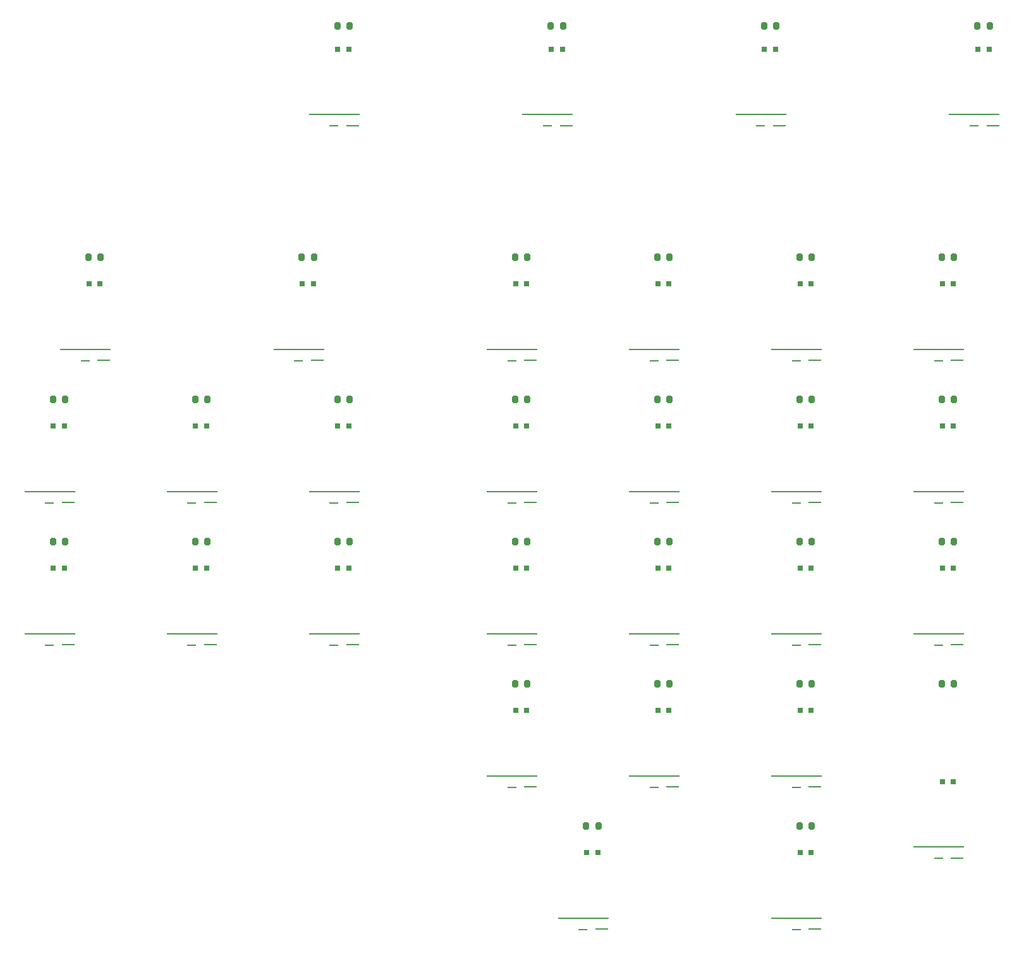
<source format=gbr>
%TF.GenerationSoftware,KiCad,Pcbnew,(7.0.0)*%
%TF.CreationDate,2023-04-09T14:25:35-07:00*%
%TF.ProjectId,SidecarXE85-keyboard,53696465-6361-4725-9845-38352d6b6579,rev?*%
%TF.SameCoordinates,Original*%
%TF.FileFunction,Paste,Top*%
%TF.FilePolarity,Positive*%
%FSLAX46Y46*%
G04 Gerber Fmt 4.6, Leading zero omitted, Abs format (unit mm)*
G04 Created by KiCad (PCBNEW (7.0.0)) date 2023-04-09 14:25:35*
%MOMM*%
%LPD*%
G01*
G04 APERTURE LIST*
G04 Aperture macros list*
%AMRoundRect*
0 Rectangle with rounded corners*
0 $1 Rounding radius*
0 $2 $3 $4 $5 $6 $7 $8 $9 X,Y pos of 4 corners*
0 Add a 4 corners polygon primitive as box body*
4,1,4,$2,$3,$4,$5,$6,$7,$8,$9,$2,$3,0*
0 Add four circle primitives for the rounded corners*
1,1,$1+$1,$2,$3*
1,1,$1+$1,$4,$5*
1,1,$1+$1,$6,$7*
1,1,$1+$1,$8,$9*
0 Add four rect primitives between the rounded corners*
20,1,$1+$1,$2,$3,$4,$5,0*
20,1,$1+$1,$4,$5,$6,$7,0*
20,1,$1+$1,$6,$7,$8,$9,0*
20,1,$1+$1,$8,$9,$2,$3,0*%
G04 Aperture macros list end*
%ADD10RoundRect,0.200000X0.200000X0.275000X-0.200000X0.275000X-0.200000X-0.275000X0.200000X-0.275000X0*%
%ADD11R,6.832600X0.228600*%
%ADD12R,1.312000X0.254000*%
%ADD13R,1.758000X0.284000*%
%ADD14R,0.800000X0.800000*%
G04 APERTURE END LIST*
D10*
%TO.C,R6*%
X134175000Y-32146875D03*
X132525000Y-32146875D03*
%TD*%
D11*
%TO.C,SW8*%
X136893299Y-132587999D03*
D12*
X136842499Y-134111999D03*
D13*
X139372499Y-134096999D03*
D14*
X138862499Y-123824999D03*
X137362499Y-123824999D03*
%TD*%
D10*
%TO.C,R28*%
X157987500Y-101203125D03*
X156337500Y-101203125D03*
%TD*%
%TO.C,R11*%
X100837500Y-63103125D03*
X99187500Y-63103125D03*
%TD*%
%TO.C,R24*%
X72262500Y-63103125D03*
X70612500Y-63103125D03*
%TD*%
D11*
%TO.C,SW5*%
X74980799Y-43987999D03*
D12*
X74929999Y-45511999D03*
D13*
X77459999Y-45496999D03*
D14*
X76949999Y-35224999D03*
X75449999Y-35224999D03*
%TD*%
D10*
%TO.C,R16*%
X119887500Y-82153125D03*
X118237500Y-82153125D03*
%TD*%
D11*
%TO.C,SW23*%
X98793299Y-113537999D03*
D12*
X98742499Y-115061999D03*
D13*
X101272499Y-115046999D03*
D14*
X100762499Y-104774999D03*
X99262499Y-104774999D03*
%TD*%
D11*
%TO.C,SW4*%
X108318299Y-151637999D03*
D12*
X108267499Y-153161999D03*
D13*
X110797499Y-153146999D03*
D14*
X110287499Y-142874999D03*
X108787499Y-142874999D03*
%TD*%
D11*
%TO.C,SW11*%
X98793299Y-75437999D03*
D12*
X98742499Y-76961999D03*
D13*
X101272499Y-76946999D03*
D14*
X100762499Y-66674999D03*
X99262499Y-66674999D03*
%TD*%
D10*
%TO.C,R17*%
X100837500Y-82153125D03*
X99187500Y-82153125D03*
%TD*%
%TO.C,R14*%
X38925000Y-101203125D03*
X37275000Y-101203125D03*
%TD*%
D11*
%TO.C,SW27*%
X155943299Y-75437999D03*
D12*
X155892499Y-76961999D03*
D13*
X158422499Y-76946999D03*
D14*
X157912499Y-66674999D03*
X156412499Y-66674999D03*
%TD*%
D10*
%TO.C,R20*%
X57975000Y-101203125D03*
X56325000Y-101203125D03*
%TD*%
%TO.C,R19*%
X57975000Y-82153125D03*
X56325000Y-82153125D03*
%TD*%
%TO.C,R1*%
X157987500Y-82153125D03*
X156337500Y-82153125D03*
%TD*%
D11*
%TO.C,SW18*%
X117843299Y-75437999D03*
D12*
X117792499Y-76961999D03*
D13*
X120322499Y-76946999D03*
D14*
X119812499Y-66674999D03*
X118312499Y-66674999D03*
%TD*%
D11*
%TO.C,SW30*%
X74980799Y-94487999D03*
D12*
X74929999Y-96011999D03*
D13*
X77459999Y-95996999D03*
D14*
X76949999Y-85724999D03*
X75449999Y-85724999D03*
%TD*%
D11*
%TO.C,SW6*%
X132130799Y-43987999D03*
D12*
X132079999Y-45511999D03*
D13*
X134609999Y-45496999D03*
D14*
X134099999Y-35224999D03*
X132599999Y-35224999D03*
%TD*%
D11*
%TO.C,SW9*%
X117843299Y-132587999D03*
D12*
X117792499Y-134111999D03*
D13*
X120322499Y-134096999D03*
D14*
X119812499Y-123824999D03*
X118312499Y-123824999D03*
%TD*%
D11*
%TO.C,SW16*%
X117843299Y-94487999D03*
D12*
X117792499Y-96011999D03*
D13*
X120322499Y-95996999D03*
D14*
X119812499Y-85724999D03*
X118312499Y-85724999D03*
%TD*%
D10*
%TO.C,R29*%
X43687500Y-63103125D03*
X42037500Y-63103125D03*
%TD*%
D11*
%TO.C,SW2*%
X155943299Y-142112999D03*
D12*
X155892499Y-143636999D03*
D13*
X158422499Y-143621999D03*
D14*
X157912499Y-133349999D03*
X156412499Y-133349999D03*
%TD*%
D10*
%TO.C,R25*%
X77025000Y-101203125D03*
X75375000Y-101203125D03*
%TD*%
%TO.C,R21*%
X138937500Y-101203125D03*
X137287500Y-101203125D03*
%TD*%
%TO.C,R7*%
X38925000Y-82153125D03*
X37275000Y-82153125D03*
%TD*%
%TO.C,R12*%
X105600000Y-32146875D03*
X103950000Y-32146875D03*
%TD*%
%TO.C,R13*%
X162750000Y-32146875D03*
X161100000Y-32146875D03*
%TD*%
D11*
%TO.C,SW15*%
X136893299Y-94487999D03*
D12*
X136842499Y-96011999D03*
D13*
X139372499Y-95996999D03*
D14*
X138862499Y-85724999D03*
X137362499Y-85724999D03*
%TD*%
D10*
%TO.C,R10*%
X100837500Y-120253125D03*
X99187500Y-120253125D03*
%TD*%
D11*
%TO.C,SW3*%
X136893299Y-151637999D03*
D12*
X136842499Y-153161999D03*
D13*
X139372499Y-153146999D03*
D14*
X138862499Y-142874999D03*
X137362499Y-142874999D03*
%TD*%
D11*
%TO.C,SW13*%
X160705799Y-43987999D03*
D12*
X160654999Y-45511999D03*
D13*
X163184999Y-45496999D03*
D14*
X162674999Y-35224999D03*
X161174999Y-35224999D03*
%TD*%
D11*
%TO.C,SW29*%
X41643299Y-75437999D03*
D12*
X41592499Y-76961999D03*
D13*
X44122499Y-76946999D03*
D14*
X43612499Y-66674999D03*
X42112499Y-66674999D03*
%TD*%
D11*
%TO.C,SW24*%
X70218299Y-75437999D03*
D12*
X70167499Y-76961999D03*
D13*
X72697499Y-76946999D03*
D14*
X72187499Y-66674999D03*
X70687499Y-66674999D03*
%TD*%
D10*
%TO.C,R23*%
X100837500Y-101203125D03*
X99187500Y-101203125D03*
%TD*%
%TO.C,R27*%
X157987500Y-63103125D03*
X156337500Y-63103125D03*
%TD*%
%TO.C,R8*%
X138937500Y-120253125D03*
X137287500Y-120253125D03*
%TD*%
%TO.C,R22*%
X119887500Y-101203125D03*
X118237500Y-101203125D03*
%TD*%
%TO.C,R5*%
X77025000Y-32146875D03*
X75375000Y-32146875D03*
%TD*%
D11*
%TO.C,SW26*%
X136893299Y-75437999D03*
D12*
X136842499Y-76961999D03*
D13*
X139372499Y-76946999D03*
D14*
X138862499Y-66674999D03*
X137362499Y-66674999D03*
%TD*%
D10*
%TO.C,R3*%
X138937500Y-139303125D03*
X137287500Y-139303125D03*
%TD*%
D11*
%TO.C,SW20*%
X55930799Y-113537999D03*
D12*
X55879999Y-115061999D03*
D13*
X58409999Y-115046999D03*
D14*
X57899999Y-104774999D03*
X56399999Y-104774999D03*
%TD*%
D10*
%TO.C,R30*%
X77025000Y-82153125D03*
X75375000Y-82153125D03*
%TD*%
%TO.C,R26*%
X138937500Y-63103125D03*
X137287500Y-63103125D03*
%TD*%
D11*
%TO.C,SW17*%
X98793299Y-94487999D03*
D12*
X98742499Y-96011999D03*
D13*
X101272499Y-95996999D03*
D14*
X100762499Y-85724999D03*
X99262499Y-85724999D03*
%TD*%
D11*
%TO.C,SW21*%
X136893299Y-113537999D03*
D12*
X136842499Y-115061999D03*
D13*
X139372499Y-115046999D03*
D14*
X138862499Y-104774999D03*
X137362499Y-104774999D03*
%TD*%
D10*
%TO.C,R18*%
X119887500Y-63103125D03*
X118237500Y-63103125D03*
%TD*%
D11*
%TO.C,SW7*%
X36880799Y-94487999D03*
D12*
X36829999Y-96011999D03*
D13*
X39359999Y-95996999D03*
D14*
X38849999Y-85724999D03*
X37349999Y-85724999D03*
%TD*%
D11*
%TO.C,SW22*%
X117843299Y-113537999D03*
D12*
X117792499Y-115061999D03*
D13*
X120322499Y-115046999D03*
D14*
X119812499Y-104774999D03*
X118312499Y-104774999D03*
%TD*%
D11*
%TO.C,SW25*%
X74980799Y-113537999D03*
D12*
X74929999Y-115061999D03*
D13*
X77459999Y-115046999D03*
D14*
X76949999Y-104774999D03*
X75449999Y-104774999D03*
%TD*%
D11*
%TO.C,SW12*%
X103555799Y-43987999D03*
D12*
X103504999Y-45511999D03*
D13*
X106034999Y-45496999D03*
D14*
X105524999Y-35224999D03*
X104024999Y-35224999D03*
%TD*%
D11*
%TO.C,SW19*%
X55930799Y-94487999D03*
D12*
X55879999Y-96011999D03*
D13*
X58409999Y-95996999D03*
D14*
X57899999Y-85724999D03*
X56399999Y-85724999D03*
%TD*%
D11*
%TO.C,SW1*%
X155943299Y-94487999D03*
D12*
X155892499Y-96011999D03*
D13*
X158422499Y-95996999D03*
D14*
X157912499Y-85724999D03*
X156412499Y-85724999D03*
%TD*%
D10*
%TO.C,R2*%
X157987500Y-120253125D03*
X156337500Y-120253125D03*
%TD*%
D11*
%TO.C,SW28*%
X155943299Y-113537999D03*
D12*
X155892499Y-115061999D03*
D13*
X158422499Y-115046999D03*
D14*
X157912499Y-104774999D03*
X156412499Y-104774999D03*
%TD*%
D11*
%TO.C,SW10*%
X98793299Y-132587999D03*
D12*
X98742499Y-134111999D03*
D13*
X101272499Y-134096999D03*
D14*
X100762499Y-123824999D03*
X99262499Y-123824999D03*
%TD*%
D10*
%TO.C,R4*%
X110362500Y-139303125D03*
X108712500Y-139303125D03*
%TD*%
%TO.C,R15*%
X138937500Y-82153125D03*
X137287500Y-82153125D03*
%TD*%
%TO.C,R9*%
X119887500Y-120253125D03*
X118237500Y-120253125D03*
%TD*%
D11*
%TO.C,SW14*%
X36880799Y-113537999D03*
D12*
X36829999Y-115061999D03*
D13*
X39359999Y-115046999D03*
D14*
X38849999Y-104774999D03*
X37349999Y-104774999D03*
%TD*%
M02*

</source>
